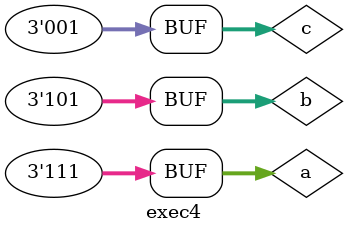
<source format=v>

module S1 ( output[2:0]a,
            input[2:0]b,
            input[2:0]c,
				input[2:0]d,
				input[2:0]e );
				
assign a = b & c & d & e;
endmodule

module S2 ( output[2:0]a,
            input[2:0]b,
            input[2:0]c,
				input[2:0]d,
				input[2:0]e );
				
assign a = b & c & d & e;
endmodule

module S3 ( output[2:0]a,
            input[2:0]b,
            input[2:0]c,
				input[2:0]d,
				input[2:0]e );
				
assign a = b & c & d & e;
endmodule

module S4 ( output[2:0]a,
            input[2:0]b,
            input[2:0]c,
				input[2:0]d,
				input[2:0]e );
				
assign a = b & c & d & e;
endmodule

module S5 ( output[2:0]a,
            input[2:0]b,
            input[2:0]c,
				input[2:0]d,
				input[2:0]e );
				
assign a = b & c & d & e;
endmodule

module S6 ( output[2:0]a,
            input[2:0]b,
            input[2:0]c,
				input[2:0]d,
				input[2:0]e );
				
assign a = b & c & d & e;
endmodule



//-- Porta OR

module S7 ( output[2:0]a,
            input[2:0]b,
            input[2:0]c );
				
assign a = b | c;
endmodule

//-- Porta NOR 
module S8 ( output[2:0]a,
            input[2:0]b,
            input[2:0]c );
				
assign a = ~(c|b);
endmodule

//-- Porta AND 
module S9 ( output[2:0]a,
            input[2:0]b,
            input[2:0]c );
				
assign a = c & b;
endmodule

//-- Porta NAND 
module S10 ( output[2:0]a,
            input[2:0]b,
            input[2:0]c );
				
assign a = c & b;
endmodule

//-- Porta XOR
module S11 ( output[2:0]a,
            input[2:0]b,
            input[2:0]c );
				
assign a = b ^ c;
endmodule

//-- Porta XNOR
module S12 ( output[2:0]a,
            input[2:0]b,
            input[2:0]c );
				
assign a = ~(a^b);
endmodule



//-- Porta OR *4 Entradas * SAIDA FINAL
module S13 ( output[2:0]a,
            input[2:0]b,
				input[2:0]c,
            input[2:0]d,
            input[2:0]e,
				input[2:0]f,
				input[2:0]g );
				
assign a = b | c | d | e | f | g;
endmodule



module exec4;


reg	[2:0] a;//-- Entrada A
reg	[2:0] b;//-- Entrada B
reg	[2:0] c;//-- Chave 000/001/010/011/100/101/110
wire	[2:0] d;
wire	[2:0] e;
wire	[2:0] f;
wire	[2:0] g;
wire	[2:0] h;
wire	[2:0] i;
wire	[2:0] j;
wire	[2:0] k;
wire	[2:0] m;
wire	[2:0] n;
wire	[2:0] o;
wire	[2:0] p;


S7 modulo7(d, a, b);//-- OR
S1 modulo(e, d, ~c, ~c, ~c);//-- AND

S8 modulo8(f, a, b);//-- NOR
S2 modulo2(g, f, c, ~c, ~c);//-- AND

S9 modulo9(h, a, b);//-- AND
S3 modulo3(i, h, c, ~c, ~c);//-- AND

S10 modulo10(j, a, b);//-- NAND
S4 modulo4(k, j, c, c, ~c);//-- AND

S11 modulo11(l, a, b);//-- XOR
S5 modulo5(m, l, c, ~c, ~c);//-- AND

S12 modulo12(n, a, b);//-- XNOR
S6 modulo6(o, n, c, c, ~c);//-- AND

S13 modulo13(p, o, m, k, i, g, e);//-- SAIDA

initial begin:start
c=3'b000; a=000; b=000;
end

initial begin 
$display("Miller - 449048"); 
$display("Guia 3 - Exercicio 5");
$display("Chave 000 = Porta OR");
$display("");
$monitor("Entradas %b e %b . Saida = %b ", a, b, p);
#1	a=010; b=011;
#1	a=100; b=101;
#1	a=001; b=101;
#1	a=010; b=100;
#1	a=000; b=011;
#1	a=101; b=001;
#1	a=110; b=110;
#1	a=111; b=101;
#1


$display("");
$display("Chave 01 = Porta NOR");
#2 c=3'b001; a=000; b=000;
$display("");
$monitor("Entradas %b e %b . Saida = %b ", a, b, p);
#2	a=010; b=011;
#2	a=100; b=101;
#2	a=001; b=101;
#2	a=010; b=100;
#2	a=000; b=011;
#2	a=101; b=001;
#2	a=110; b=110;
#2	a=111; b=101;
#2

$display("");
$display("Chave 001 = Porta AND");
#3 c=3'b010; a=000; b=000;
$display("");
$monitor("Entradas %b e %b . Saida = %b ", a, b, p);
#3	a=010; b=011;
#3	a=100; b=101;
#3	a=001; b=101;
#3	a=010; b=100;
#3	a=000; b=011;
#3	a=101; b=001;
#3	a=110; b=110;
#3	a=111; b=101;
#3

$display("");
$display("Chave 01 = Porta NAND");
#4 c=3'b001; a=000; b=000;
$display("");
$monitor("Entradas %b e %b . Saida = %b ", a, b, p);
#4	a=010; b=011;
#4	a=100; b=101;
#4	a=001; b=101;
#4	a=010; b=100;
#4	a=000; b=011;
#4	a=101; b=001;
#4	a=110; b=110;
#4	a=111; b=101;
#4

$display("");
$display("Chave 01 = Porta XOR");
#5 c=3'b001; a=000; b=000;
$display("");
$monitor("Entradas %b e %b . Saida = %b ", a, b, p);
#5	a=010; b=011;
#5	a=100; b=101;
#5	a=001; b=101;
#5	a=010; b=100;
#5	a=000; b=011;
#5	a=101; b=001;
#5	a=110; b=110;
#5	a=111; b=101;
#5

$display("");
$display("Chave 01 = Porta XNOR");
#6 c=3'b001; a=000; b=000;
$display("");
$monitor("Entradas %b e %b . Saida = %b ", a, b, p);
#6	a=010; b=011;
#6	a=100; b=101;
#6	a=001; b=101;
#6	a=010; b=100;
#6	a=000; b=011;
#6	a=101; b=001;
#6	a=110; b=110;
#6	a=111; b=101;

end
endmodule


</source>
